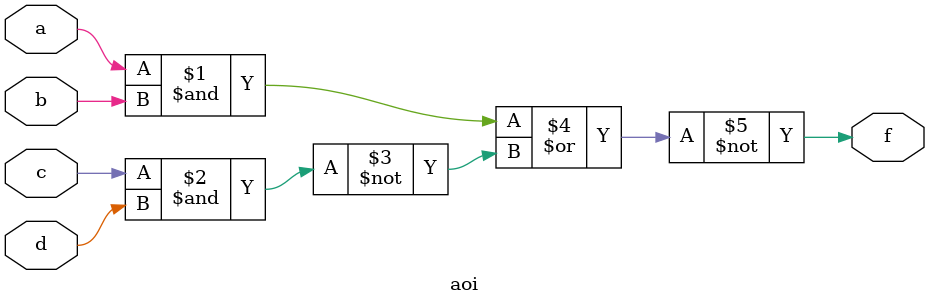
<source format=v>
module aoi(a,b,c,d,f);
	input a,b,c,d;
	output f;
	wire a,b,c,d,f;
	assign f=~((a&b)|(~(c&d)));
endmodule



</source>
